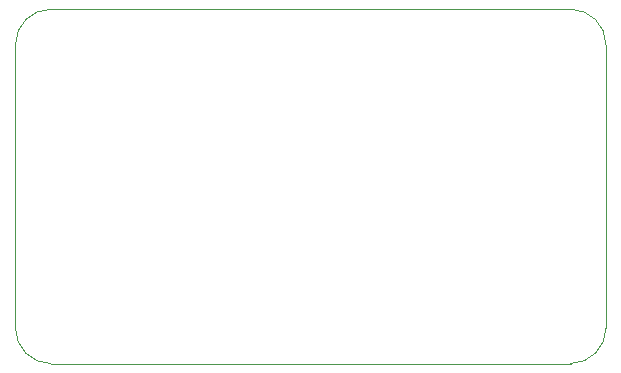
<source format=gm1>
G04 #@! TF.GenerationSoftware,KiCad,Pcbnew,8.0.1+dfsg-1*
G04 #@! TF.CreationDate,2024-10-13T21:14:54+00:00*
G04 #@! TF.ProjectId,usb2m2e,75736232-6d32-4652-9e6b-696361645f70,rev?*
G04 #@! TF.SameCoordinates,Original*
G04 #@! TF.FileFunction,Profile,NP*
%FSLAX46Y46*%
G04 Gerber Fmt 4.6, Leading zero omitted, Abs format (unit mm)*
G04 Created by KiCad (PCBNEW 8.0.1+dfsg-1) date 2024-10-13 21:14:54*
%MOMM*%
%LPD*%
G01*
G04 APERTURE LIST*
G04 #@! TA.AperFunction,Profile*
%ADD10C,0.100000*%
G04 #@! TD*
G04 APERTURE END LIST*
D10*
X119000000Y-71000000D02*
G75*
G02*
X122000000Y-68000000I3000000J0D01*
G01*
X122000000Y-98000000D02*
G75*
G02*
X119000000Y-95000000I0J3000000D01*
G01*
X122000000Y-68000000D02*
X166000000Y-68000000D01*
X119000000Y-95000000D02*
X119000000Y-71000000D01*
X166000000Y-68000000D02*
G75*
G02*
X169000000Y-71000000I0J-3000000D01*
G01*
X122000000Y-98000000D02*
X166000000Y-98000000D01*
X169000000Y-71000000D02*
X169000000Y-95000000D01*
X169000000Y-95000000D02*
G75*
G02*
X166000000Y-98000000I-3000000J0D01*
G01*
M02*

</source>
